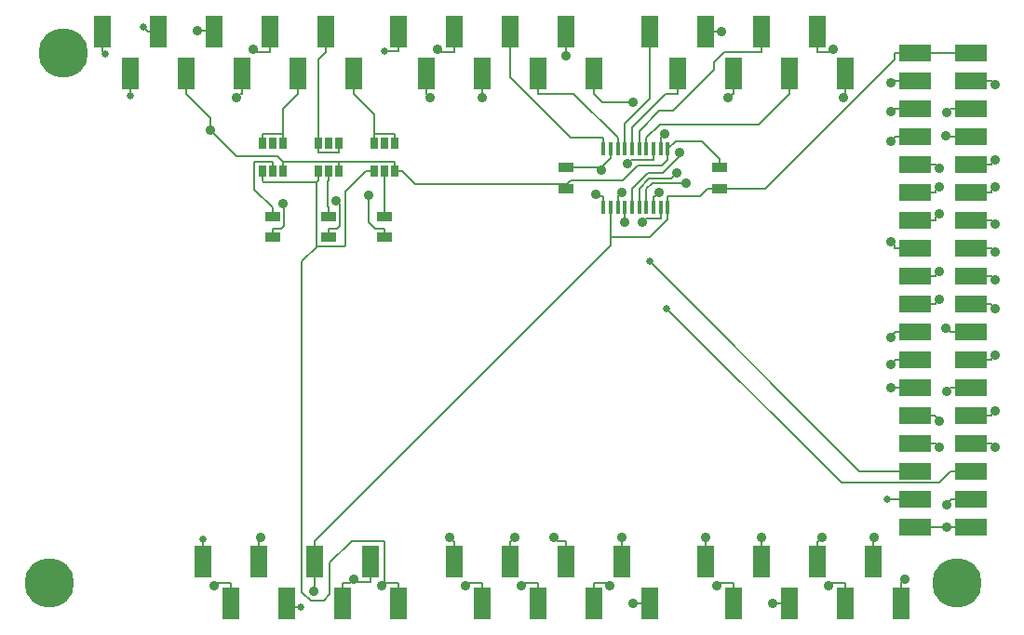
<source format=gtl>
G04 (created by PCBNEW-RS274X (2012-01-19 BZR 3256)-stable) date 16/02/2013 15:24:50*
G01*
G70*
G90*
%MOIN*%
G04 Gerber Fmt 3.4, Leading zero omitted, Abs format*
%FSLAX34Y34*%
G04 APERTURE LIST*
%ADD10C,0.006000*%
%ADD11R,0.060000X0.118100*%
%ADD12R,0.016000X0.050000*%
%ADD13R,0.055000X0.035000*%
%ADD14R,0.027600X0.039400*%
%ADD15R,0.118100X0.060000*%
%ADD16C,0.177200*%
%ADD17C,0.035000*%
%ADD18C,0.026000*%
%ADD19C,0.008000*%
G04 APERTURE END LIST*
G54D10*
G54D11*
X07000Y02250D03*
X08000Y00750D03*
X09000Y02250D03*
X10000Y00750D03*
X11000Y02250D03*
X12000Y00750D03*
X13000Y02250D03*
X14000Y00750D03*
X16000Y02250D03*
X17000Y00750D03*
X18000Y02250D03*
X19000Y00750D03*
X20000Y02250D03*
X21000Y00750D03*
X22000Y02250D03*
X23000Y00750D03*
X25000Y02250D03*
X26000Y00750D03*
X27000Y02250D03*
X28000Y00750D03*
X29000Y02250D03*
X30000Y00750D03*
X31000Y02250D03*
X32000Y00750D03*
X14000Y21250D03*
X15000Y19750D03*
X16000Y21250D03*
X17000Y19750D03*
X18000Y21250D03*
X19000Y19750D03*
X20000Y21250D03*
X21000Y19750D03*
X23000Y21250D03*
X24000Y19750D03*
X25000Y21250D03*
X26000Y19750D03*
X27000Y21250D03*
X28000Y19750D03*
X29000Y21250D03*
X30000Y19750D03*
X03400Y21250D03*
X04400Y19750D03*
X05400Y21250D03*
X06400Y19750D03*
X07400Y21250D03*
X08400Y19750D03*
X09400Y21250D03*
X10400Y19750D03*
X11400Y21250D03*
X12400Y19750D03*
G54D12*
X21350Y14950D03*
X21600Y14950D03*
X21860Y14950D03*
X22120Y14950D03*
X22370Y14950D03*
X22630Y14950D03*
X22890Y14950D03*
X23140Y14950D03*
X23400Y14950D03*
X23650Y14950D03*
X23650Y17050D03*
X23400Y17050D03*
X23140Y17050D03*
X22890Y17050D03*
X22630Y17050D03*
X22370Y17050D03*
X22120Y17050D03*
X21860Y17050D03*
X21600Y17050D03*
X21350Y17050D03*
G54D13*
X25500Y15625D03*
X25500Y16375D03*
X20000Y16375D03*
X20000Y15625D03*
X09500Y13875D03*
X09500Y14625D03*
X11500Y13875D03*
X11500Y14625D03*
X13500Y13875D03*
X13500Y14625D03*
G54D14*
X09125Y17250D03*
X09500Y17250D03*
X09875Y17250D03*
X09875Y16250D03*
X09500Y16250D03*
X09125Y16250D03*
X11125Y17250D03*
X11500Y17250D03*
X11875Y17250D03*
X11875Y16250D03*
X11500Y16250D03*
X11125Y16250D03*
X13125Y17250D03*
X13500Y17250D03*
X13875Y17250D03*
X13875Y16250D03*
X13500Y16250D03*
X13125Y16250D03*
G54D15*
X32500Y20500D03*
X34500Y20500D03*
X32500Y15500D03*
X34500Y19500D03*
X32500Y14500D03*
X34500Y18500D03*
X32500Y13500D03*
X34500Y17500D03*
X32500Y12500D03*
X34500Y16500D03*
X32500Y11500D03*
X34500Y15500D03*
X32500Y10500D03*
X34500Y14500D03*
X32500Y09500D03*
X34500Y13500D03*
X32500Y08500D03*
X34500Y12500D03*
X32500Y07500D03*
X34500Y11500D03*
X32500Y06500D03*
X34500Y10500D03*
X32500Y05500D03*
X34500Y09500D03*
X34500Y08500D03*
X32500Y04500D03*
X34500Y07500D03*
X34500Y05500D03*
X34500Y04500D03*
X34500Y03500D03*
X32500Y03500D03*
X32500Y19500D03*
X32500Y18500D03*
X32500Y17500D03*
X32500Y16500D03*
X34500Y06500D03*
G54D16*
X01500Y01500D03*
X02000Y20500D03*
X34000Y01500D03*
G54D17*
X13405Y01380D03*
G54D18*
X10518Y00614D03*
G54D17*
X10984Y01186D03*
X21269Y16272D03*
G54D18*
X04886Y21411D03*
G54D17*
X08204Y18871D03*
X06808Y21271D03*
X31629Y19432D03*
X35372Y19361D03*
X33629Y18338D03*
X33620Y17517D03*
X35372Y16647D03*
X35374Y15676D03*
X33380Y14730D03*
X35378Y14355D03*
X35373Y13360D03*
X35374Y12359D03*
X35369Y11317D03*
X31629Y10300D03*
X33622Y10630D03*
X31626Y09325D03*
X35378Y09660D03*
X31626Y08486D03*
X33631Y08365D03*
X35379Y07646D03*
X35372Y06346D03*
X33625Y04300D03*
G54D18*
X13522Y20536D03*
G54D17*
X07412Y01381D03*
X09065Y03129D03*
G54D18*
X07000Y03067D03*
X03493Y20444D03*
X04400Y18937D03*
G54D17*
X27000Y03119D03*
X27422Y00750D03*
X29183Y03124D03*
X18421Y01388D03*
X19580Y03119D03*
X21590Y01375D03*
X25421Y01384D03*
X25579Y21250D03*
X25820Y18872D03*
X33377Y16356D03*
X31629Y18372D03*
X31630Y17311D03*
X31625Y13730D03*
X33377Y15695D03*
X33370Y12649D03*
X09877Y15082D03*
X11779Y15176D03*
X12943Y15396D03*
X07277Y17718D03*
X33625Y03500D03*
X12420Y01615D03*
G54D18*
X22997Y13017D03*
X23608Y11332D03*
G54D17*
X22422Y18718D03*
X23545Y17585D03*
X20000Y20380D03*
X22195Y16516D03*
G54D18*
X31517Y04500D03*
G54D17*
X29925Y18872D03*
X29581Y20616D03*
X08822Y20612D03*
X15151Y18878D03*
X15422Y20612D03*
X17000Y18869D03*
X29409Y01375D03*
X31040Y03124D03*
X32153Y01625D03*
X22725Y14411D03*
X23338Y15482D03*
X22003Y15486D03*
X21080Y15419D03*
X16411Y01370D03*
X33372Y11665D03*
X15831Y03123D03*
X24059Y16911D03*
X22120Y14407D03*
X22421Y00750D03*
X18185Y03122D03*
X22000Y03130D03*
X24296Y15804D03*
X23977Y16184D03*
X33372Y06347D03*
X25000Y03123D03*
X33376Y07292D03*
G54D19*
X13487Y02985D02*
X12335Y02985D01*
X13509Y02963D02*
X13487Y02985D01*
X14000Y01484D02*
X13509Y01484D01*
X14000Y00750D02*
X14000Y01484D01*
X09125Y15910D02*
X09125Y16250D01*
X09169Y15866D02*
X09125Y15910D01*
X11081Y15866D02*
X09169Y15866D01*
X13509Y01484D02*
X13405Y01380D01*
X10556Y13009D02*
X11103Y13556D01*
X10556Y01159D02*
X10556Y13009D01*
X10872Y00843D02*
X10556Y01159D01*
X11327Y00843D02*
X10872Y00843D01*
X11556Y01072D02*
X11327Y00843D01*
X11556Y02206D02*
X11556Y01072D01*
X12335Y02985D02*
X11556Y02206D01*
X13509Y01484D02*
X13509Y02963D01*
X12082Y13556D02*
X11103Y13556D01*
X12104Y13578D02*
X12082Y13556D01*
X12104Y15510D02*
X12104Y13578D01*
X12844Y16250D02*
X12104Y15510D01*
X13125Y16250D02*
X12844Y16250D01*
X11081Y13578D02*
X11081Y15866D01*
X11103Y13556D02*
X11081Y13578D01*
X11125Y15910D02*
X11081Y15866D01*
X11125Y16250D02*
X11125Y15910D01*
X11000Y02250D02*
X11000Y01202D01*
X34500Y20500D02*
X32500Y20500D01*
X11000Y01202D02*
X10984Y01186D01*
X25500Y15625D02*
X25082Y15625D01*
X21600Y14950D02*
X21600Y13885D01*
X31767Y20500D02*
X32500Y20500D01*
X25082Y15625D02*
X24800Y15343D01*
X23650Y15343D02*
X23650Y14950D01*
X25500Y15625D02*
X27153Y15625D01*
X31767Y20239D02*
X31767Y20500D01*
X27153Y15625D02*
X31767Y20239D01*
X10518Y00614D02*
X10136Y00614D01*
X21600Y13885D02*
X23005Y13885D01*
X23650Y14530D02*
X23650Y14950D01*
X23005Y13885D02*
X23650Y14530D01*
X21600Y13584D02*
X21600Y13885D01*
X11000Y02250D02*
X11000Y02984D01*
X11000Y02984D02*
X21600Y13584D01*
X24800Y15343D02*
X23650Y15343D01*
X10136Y00614D02*
X10000Y00750D01*
X20000Y16375D02*
X21269Y16375D01*
X21272Y16375D02*
X21269Y16375D01*
X21600Y16703D02*
X21272Y16375D01*
X21600Y17050D02*
X21600Y16703D01*
X21269Y16375D02*
X21269Y16272D01*
X05047Y21250D02*
X04886Y21411D01*
X05400Y21250D02*
X05047Y21250D01*
X08400Y19017D02*
X08350Y19017D01*
X08350Y19017D02*
X08204Y18871D01*
X08400Y19750D02*
X08400Y19017D01*
X07379Y21271D02*
X06808Y21271D01*
X07400Y21250D02*
X07379Y21271D01*
X31767Y19500D02*
X31699Y19432D01*
X31699Y19432D02*
X31629Y19432D01*
X32500Y19500D02*
X31767Y19500D01*
X35234Y19499D02*
X35372Y19361D01*
X35234Y19500D02*
X35234Y19499D01*
X34500Y19500D02*
X35234Y19500D01*
X33767Y18500D02*
X33767Y18476D01*
X33767Y18476D02*
X33629Y18338D01*
X34500Y18500D02*
X33767Y18500D01*
X33750Y17517D02*
X33620Y17517D01*
X33767Y17500D02*
X33750Y17517D01*
X34500Y17500D02*
X33767Y17500D01*
X35234Y16509D02*
X35372Y16647D01*
X35234Y16500D02*
X35234Y16509D01*
X34500Y16500D02*
X35234Y16500D01*
X35234Y15536D02*
X35374Y15676D01*
X35234Y15500D02*
X35234Y15536D01*
X34500Y15500D02*
X35234Y15500D01*
X33234Y14584D02*
X33380Y14730D01*
X32500Y14500D02*
X33234Y14500D01*
X33234Y14500D02*
X33234Y14584D01*
X35234Y14499D02*
X35378Y14355D01*
X35234Y14500D02*
X35234Y14499D01*
X34500Y14500D02*
X35234Y14500D01*
X35234Y13499D02*
X35373Y13360D01*
X34500Y13500D02*
X35234Y13500D01*
X35234Y13500D02*
X35234Y13499D01*
X35234Y12499D02*
X35374Y12359D01*
X35234Y12500D02*
X35234Y12499D01*
X34500Y12500D02*
X35234Y12500D01*
X35234Y11452D02*
X35369Y11317D01*
X35234Y11500D02*
X35234Y11452D01*
X34500Y11500D02*
X35234Y11500D01*
X31767Y10438D02*
X31629Y10300D01*
X31767Y10500D02*
X31767Y10438D01*
X32500Y10500D02*
X31767Y10500D01*
X34500Y10500D02*
X33767Y10500D01*
X33637Y10630D02*
X33622Y10630D01*
X33767Y10500D02*
X33637Y10630D01*
X31767Y09500D02*
X31767Y09466D01*
X32500Y09500D02*
X31767Y09500D01*
X31767Y09466D02*
X31626Y09325D01*
X35234Y09516D02*
X35378Y09660D01*
X35234Y09500D02*
X35234Y09516D01*
X34500Y09500D02*
X35234Y09500D01*
X31767Y08500D02*
X31753Y08486D01*
X31753Y08486D02*
X31626Y08486D01*
X32500Y08500D02*
X31767Y08500D01*
X33632Y08365D02*
X33631Y08365D01*
X33767Y08500D02*
X33632Y08365D01*
X34500Y08500D02*
X33767Y08500D01*
X35234Y07501D02*
X35379Y07646D01*
X34500Y07500D02*
X35234Y07500D01*
X35234Y07500D02*
X35234Y07501D01*
X35234Y06484D02*
X35372Y06346D01*
X35234Y06500D02*
X35234Y06484D01*
X34500Y06500D02*
X35234Y06500D01*
X34500Y04500D02*
X33767Y04500D01*
X33767Y04442D02*
X33625Y04300D01*
X33767Y04500D02*
X33767Y04442D01*
X14000Y21250D02*
X14000Y20537D01*
X13522Y20537D02*
X13522Y20536D01*
X14000Y20537D02*
X13522Y20537D01*
X07515Y01484D02*
X07412Y01381D01*
X08000Y01484D02*
X07515Y01484D01*
X08000Y00750D02*
X08000Y01484D01*
X09065Y03049D02*
X09065Y03129D01*
X09000Y02250D02*
X09000Y02984D01*
X09000Y02984D02*
X09065Y03049D01*
X07000Y02250D02*
X07000Y02964D01*
X07000Y02964D02*
X07000Y03067D01*
X03400Y21250D02*
X03400Y20537D01*
X03400Y20537D02*
X03493Y20444D01*
X04400Y19750D02*
X04400Y19037D01*
X04400Y19037D02*
X04400Y18937D01*
X27000Y02250D02*
X27000Y03119D01*
X28000Y00750D02*
X27422Y00750D01*
X29043Y02984D02*
X29183Y03124D01*
X29000Y02984D02*
X29043Y02984D01*
X29000Y02250D02*
X29000Y02984D01*
X18517Y01484D02*
X18421Y01388D01*
X19000Y01484D02*
X18517Y01484D01*
X19000Y00750D02*
X19000Y01484D01*
X19715Y02984D02*
X19580Y03119D01*
X20000Y02984D02*
X19715Y02984D01*
X20000Y02250D02*
X20000Y02984D01*
X21481Y01484D02*
X21590Y01375D01*
X21000Y01484D02*
X21481Y01484D01*
X21000Y00750D02*
X21000Y01484D01*
X25521Y01484D02*
X25421Y01384D01*
X26000Y00750D02*
X26000Y01484D01*
X26000Y01484D02*
X25521Y01484D01*
X25000Y21250D02*
X25579Y21250D01*
X26000Y19017D02*
X25965Y19017D01*
X26000Y19750D02*
X26000Y19017D01*
X25965Y19017D02*
X25820Y18872D01*
X33234Y16499D02*
X33377Y16356D01*
X33234Y16500D02*
X33234Y16499D01*
X32500Y16500D02*
X33234Y16500D01*
X31639Y18372D02*
X31629Y18372D01*
X31767Y18500D02*
X31639Y18372D01*
X32500Y18500D02*
X31767Y18500D01*
X31767Y17500D02*
X31767Y17448D01*
X31767Y17448D02*
X31630Y17311D01*
X32500Y17500D02*
X31767Y17500D01*
X31767Y13588D02*
X31625Y13730D01*
X31767Y13500D02*
X31767Y13588D01*
X32500Y13500D02*
X31767Y13500D01*
X33234Y15552D02*
X33377Y15695D01*
X32500Y15500D02*
X33234Y15500D01*
X33234Y15500D02*
X33234Y15552D01*
X33234Y12513D02*
X33370Y12649D01*
X33234Y12500D02*
X33234Y12513D01*
X32500Y12500D02*
X33234Y12500D01*
X09919Y15040D02*
X09877Y15082D01*
X09500Y13875D02*
X09500Y14193D01*
X09818Y14193D02*
X09919Y14294D01*
X09919Y14294D02*
X09919Y15040D01*
X09500Y14193D02*
X09818Y14193D01*
X11919Y15036D02*
X11779Y15176D01*
X11919Y14294D02*
X11919Y15036D01*
X11500Y14193D02*
X11818Y14193D01*
X11500Y13875D02*
X11500Y14193D01*
X11818Y14193D02*
X11919Y14294D01*
X12943Y14432D02*
X12943Y15396D01*
X13182Y14193D02*
X12943Y14432D01*
X13500Y14193D02*
X13182Y14193D01*
X13500Y13875D02*
X13500Y14193D01*
X06400Y19017D02*
X06400Y19750D01*
X11875Y16590D02*
X09875Y16590D01*
X07277Y18140D02*
X06400Y19017D01*
X07277Y17718D02*
X07277Y18140D01*
X20000Y15625D02*
X20000Y15748D01*
X33625Y03500D02*
X34500Y03500D01*
X13000Y01517D02*
X12518Y01517D01*
X32500Y03500D02*
X33625Y03500D01*
X14156Y16250D02*
X13875Y16250D01*
X14622Y15784D02*
X14156Y16250D01*
X20000Y15748D02*
X20000Y15784D01*
X08211Y16784D02*
X07277Y17718D01*
X09681Y16784D02*
X08211Y16784D01*
X09875Y16590D02*
X09681Y16784D01*
X09875Y16250D02*
X09875Y16590D01*
X12518Y01517D02*
X12420Y01615D01*
X13000Y02250D02*
X13000Y01517D01*
X13875Y16250D02*
X13875Y16590D01*
X13875Y16590D02*
X11875Y16590D01*
X22588Y16451D02*
X23444Y16451D01*
X12000Y00750D02*
X12000Y01484D01*
X12000Y01484D02*
X12289Y01484D01*
X12289Y01484D02*
X12420Y01615D01*
X23650Y17050D02*
X23925Y17325D01*
X23925Y17325D02*
X24868Y17325D01*
X24868Y17325D02*
X25500Y16693D01*
X25500Y16693D02*
X25500Y16375D01*
X11875Y16250D02*
X11875Y16590D01*
X23650Y16657D02*
X23650Y17050D01*
X23444Y16451D02*
X23650Y16657D01*
X20000Y15784D02*
X14622Y15784D01*
X22047Y15910D02*
X22588Y16451D01*
X20162Y15910D02*
X22047Y15910D01*
X20000Y15748D02*
X20162Y15910D01*
X32500Y05500D02*
X30514Y05500D01*
X30514Y05500D02*
X22997Y13017D01*
X29863Y05077D02*
X23608Y11332D01*
X33364Y05077D02*
X29863Y05077D01*
X33787Y05500D02*
X33364Y05077D01*
X34500Y05500D02*
X33787Y05500D01*
X11500Y16250D02*
X11500Y15910D01*
X11500Y14943D02*
X11500Y14625D01*
X11460Y15870D02*
X11460Y14983D01*
X11500Y15910D02*
X11460Y15870D01*
X11460Y14983D02*
X11500Y14943D01*
X09500Y16590D02*
X09500Y16250D01*
X08866Y16590D02*
X09500Y16590D01*
X08844Y16568D02*
X08866Y16590D01*
X08844Y15599D02*
X08844Y16568D01*
X09500Y14943D02*
X08844Y15599D01*
X09500Y14625D02*
X09500Y14943D01*
X13500Y14625D02*
X13500Y16250D01*
X09125Y17250D02*
X09125Y17590D01*
X10400Y19017D02*
X10400Y19750D01*
X09875Y18492D02*
X10400Y19017D01*
X09875Y17590D02*
X09875Y18492D01*
X09875Y17250D02*
X09875Y17590D01*
X09125Y17590D02*
X09875Y17590D01*
X11125Y17250D02*
X11125Y16910D01*
X11875Y16910D02*
X11875Y17250D01*
X11125Y16910D02*
X11875Y16910D01*
X11125Y20242D02*
X11400Y20517D01*
X11125Y17250D02*
X11125Y20242D01*
X11400Y20517D02*
X11400Y21250D01*
X13875Y17590D02*
X13125Y17590D01*
X13875Y17250D02*
X13875Y17590D01*
X13125Y17250D02*
X13125Y17590D01*
X13125Y18292D02*
X13125Y17590D01*
X12400Y19017D02*
X13125Y18292D01*
X12400Y19750D02*
X12400Y19017D01*
X23400Y17443D02*
X23403Y17443D01*
X23403Y17443D02*
X23545Y17585D01*
X21299Y18718D02*
X21000Y19017D01*
X21000Y19017D02*
X21000Y19750D01*
X22422Y18718D02*
X21299Y18718D01*
X23400Y17050D02*
X23400Y17443D01*
X22336Y16657D02*
X22195Y16516D01*
X23140Y16657D02*
X22336Y16657D01*
X23140Y17050D02*
X23140Y16657D01*
X20000Y20380D02*
X20000Y21250D01*
X19000Y19017D02*
X19000Y19750D01*
X20286Y19017D02*
X19000Y19017D01*
X21860Y17443D02*
X20286Y19017D01*
X21860Y17050D02*
X21860Y17443D01*
X20184Y17443D02*
X18000Y19627D01*
X21350Y17050D02*
X21350Y17443D01*
X21350Y17443D02*
X20184Y17443D01*
X18000Y19627D02*
X18000Y21250D01*
X24000Y19017D02*
X24000Y19750D01*
X23575Y19017D02*
X24000Y19017D01*
X22370Y17812D02*
X23575Y19017D01*
X22370Y17050D02*
X22370Y17812D01*
X22120Y17965D02*
X22120Y17050D01*
X23000Y18845D02*
X22120Y17965D01*
X23000Y21250D02*
X23000Y18845D01*
X22890Y17443D02*
X22890Y17050D01*
X23357Y17910D02*
X22890Y17443D01*
X26893Y17910D02*
X23357Y17910D01*
X28000Y19017D02*
X26893Y17910D01*
X28000Y19750D02*
X28000Y19017D01*
X23352Y18410D02*
X22630Y17688D01*
X23835Y18410D02*
X23352Y18410D01*
X22630Y17688D02*
X22630Y17050D01*
X25300Y19875D02*
X23835Y18410D01*
X27000Y20517D02*
X25674Y20517D01*
X25300Y20143D02*
X25300Y19875D01*
X25674Y20517D02*
X25300Y20143D01*
X27000Y21250D02*
X27000Y20517D01*
X32500Y04500D02*
X31517Y04500D01*
X29925Y18942D02*
X29925Y18872D01*
X30000Y19017D02*
X29925Y18942D01*
X30000Y19750D02*
X30000Y19017D01*
X29000Y20517D02*
X29482Y20517D01*
X29482Y20517D02*
X29581Y20616D01*
X29000Y21250D02*
X29000Y20517D01*
X09400Y20517D02*
X08917Y20517D01*
X09400Y21250D02*
X09400Y20517D01*
X08917Y20517D02*
X08822Y20612D01*
X15000Y19017D02*
X15012Y19017D01*
X15012Y19017D02*
X15151Y18878D01*
X15000Y19750D02*
X15000Y19017D01*
X15517Y20517D02*
X15422Y20612D01*
X16000Y20517D02*
X15517Y20517D01*
X16000Y21250D02*
X16000Y20517D01*
X17000Y19750D02*
X17000Y18869D01*
X29518Y01484D02*
X29409Y01375D01*
X30000Y01484D02*
X29518Y01484D01*
X30000Y00750D02*
X30000Y01484D01*
X31000Y02984D02*
X31040Y03024D01*
X31000Y02250D02*
X31000Y02984D01*
X31040Y03024D02*
X31040Y03124D01*
X32012Y01484D02*
X32153Y01625D01*
X32000Y01484D02*
X32012Y01484D01*
X32000Y00750D02*
X32000Y01484D01*
X22871Y14557D02*
X22725Y14411D01*
X23400Y14950D02*
X23400Y14557D01*
X23400Y14557D02*
X22871Y14557D01*
X23199Y15343D02*
X23338Y15482D01*
X23140Y15343D02*
X23199Y15343D01*
X23140Y14950D02*
X23140Y15343D01*
X21860Y15343D02*
X22003Y15486D01*
X21860Y14950D02*
X21860Y15343D01*
X21156Y15343D02*
X21080Y15419D01*
X21350Y15343D02*
X21156Y15343D01*
X21350Y14950D02*
X21350Y15343D01*
X16525Y01484D02*
X16411Y01370D01*
X17000Y01484D02*
X16525Y01484D01*
X17000Y00750D02*
X17000Y01484D01*
X33234Y11527D02*
X33372Y11665D01*
X33234Y11500D02*
X33234Y11527D01*
X32500Y11500D02*
X33234Y11500D01*
X16000Y02250D02*
X16000Y02984D01*
X15970Y02984D02*
X15831Y03123D01*
X16000Y02984D02*
X15970Y02984D01*
X22370Y15631D02*
X22370Y14950D01*
X22932Y16193D02*
X22370Y15631D01*
X23461Y16193D02*
X22932Y16193D01*
X24058Y16790D02*
X23461Y16193D01*
X24058Y16911D02*
X24058Y16790D01*
X24059Y16911D02*
X24058Y16911D01*
X22120Y14407D02*
X22120Y14950D01*
X23000Y00750D02*
X22421Y00750D01*
X18047Y02984D02*
X18185Y03122D01*
X18000Y02984D02*
X18047Y02984D01*
X18000Y02250D02*
X18000Y02984D01*
X22000Y02250D02*
X22000Y03130D01*
X23091Y15804D02*
X24296Y15804D01*
X22890Y15603D02*
X23091Y15804D01*
X22890Y14950D02*
X22890Y15603D01*
X22630Y15630D02*
X22988Y15988D01*
X23781Y15988D02*
X23977Y16184D01*
X22988Y15988D02*
X23781Y15988D01*
X22630Y14950D02*
X22630Y15630D01*
X33234Y06485D02*
X33372Y06347D01*
X33234Y06500D02*
X33234Y06485D01*
X32500Y06500D02*
X33234Y06500D01*
X25000Y02250D02*
X25000Y03123D01*
X33234Y07434D02*
X33376Y07292D01*
X33234Y07500D02*
X33234Y07434D01*
X32500Y07500D02*
X33234Y07500D01*
M02*

</source>
